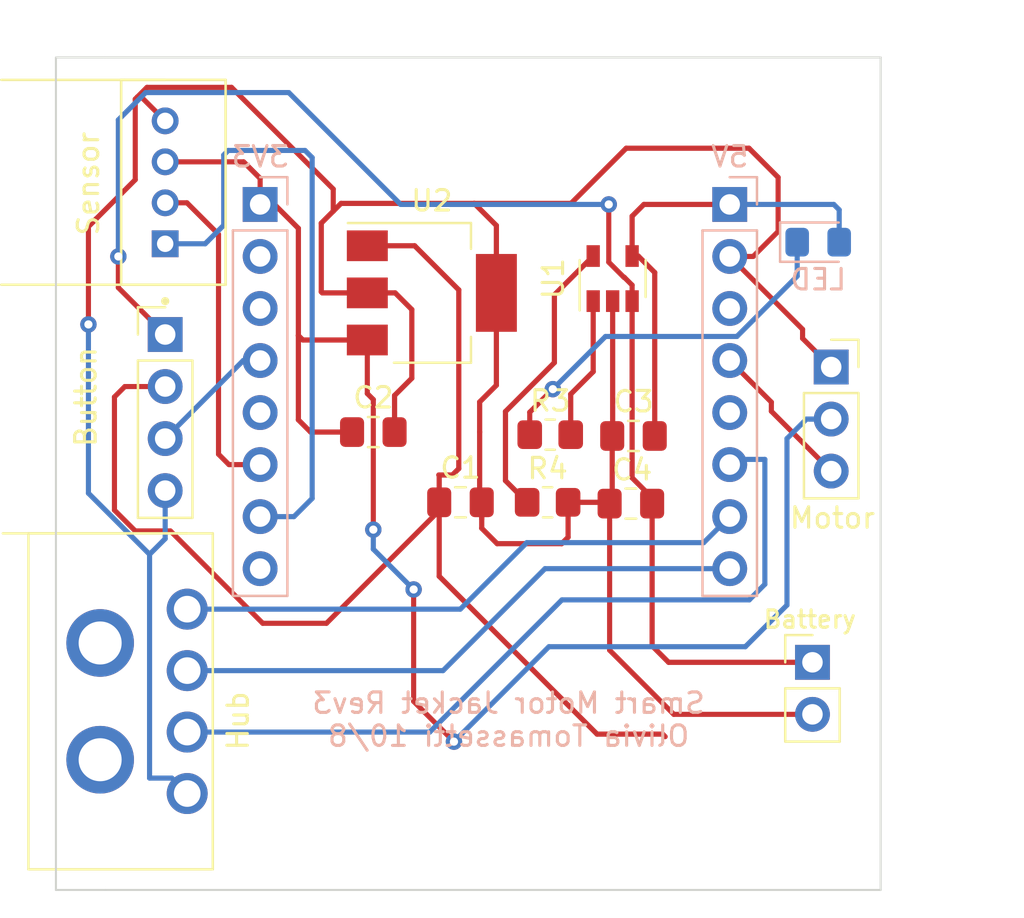
<source format=kicad_pcb>
(kicad_pcb (version 20171130) (host pcbnew "(5.1.10-1-10_14)")

  (general
    (thickness 1.6)
    (drawings 7)
    (tracks 199)
    (zones 0)
    (modules 19)
    (nets 22)
  )

  (page A4)
  (layers
    (0 F.Cu signal)
    (31 B.Cu signal)
    (32 B.Adhes user)
    (33 F.Adhes user)
    (34 B.Paste user)
    (35 F.Paste user)
    (36 B.SilkS user)
    (37 F.SilkS user)
    (38 B.Mask user)
    (39 F.Mask user)
    (40 Dwgs.User user)
    (41 Cmts.User user)
    (42 Eco1.User user)
    (43 Eco2.User user)
    (44 Edge.Cuts user)
    (45 Margin user)
    (46 B.CrtYd user)
    (47 F.CrtYd user)
    (48 B.Fab user)
    (49 F.Fab user)
  )

  (setup
    (last_trace_width 0.25)
    (trace_clearance 0.2)
    (zone_clearance 0.508)
    (zone_45_only no)
    (trace_min 0.2)
    (via_size 0.8)
    (via_drill 0.4)
    (via_min_size 0.4)
    (via_min_drill 0.3)
    (uvia_size 0.3)
    (uvia_drill 0.1)
    (uvias_allowed no)
    (uvia_min_size 0.2)
    (uvia_min_drill 0.1)
    (edge_width 0.1)
    (segment_width 0.2)
    (pcb_text_width 0.3)
    (pcb_text_size 1.5 1.5)
    (mod_edge_width 0.15)
    (mod_text_size 1 1)
    (mod_text_width 0.15)
    (pad_size 1.524 1.524)
    (pad_drill 0.762)
    (pad_to_mask_clearance 0)
    (aux_axis_origin 0 0)
    (visible_elements FFFFFF7F)
    (pcbplotparams
      (layerselection 0x010fc_ffffffff)
      (usegerberextensions false)
      (usegerberattributes true)
      (usegerberadvancedattributes true)
      (creategerberjobfile true)
      (excludeedgelayer true)
      (linewidth 0.100000)
      (plotframeref false)
      (viasonmask false)
      (mode 1)
      (useauxorigin false)
      (hpglpennumber 1)
      (hpglpenspeed 20)
      (hpglpendiameter 15.000000)
      (psnegative false)
      (psa4output false)
      (plotreference true)
      (plotvalue true)
      (plotinvisibletext false)
      (padsonsilk false)
      (subtractmaskfromsilk false)
      (outputformat 1)
      (mirror false)
      (drillshape 1)
      (scaleselection 1)
      (outputdirectory ""))
  )

  (net 0 "")
  (net 1 GND)
  (net 2 "Net-(C1-Pad1)")
  (net 3 "Net-(C2-Pad1)")
  (net 4 "Net-(C3-Pad2)")
  (net 5 +BATT)
  (net 6 "Net-(D4-Pad1)")
  (net 7 "Net-(J1-Pad2)")
  (net 8 "Net-(J1-Pad3)")
  (net 9 /GPIO14)
  (net 10 /ADC0)
  (net 11 "Net-(J1-Pad8)")
  (net 12 "Net-(J2-Pad8)")
  (net 13 /GPIO3)
  (net 14 /GPIO5)
  (net 15 /GPIO2-LED)
  (net 16 "Net-(J2-Pad3)")
  (net 17 "Net-(R3-Pad2)")
  (net 18 "Net-(R4-Pad1)")
  (net 19 /GPIO13)
  (net 20 "Net-(J1-Pad5)")
  (net 21 "Net-(J2-Pad5)")

  (net_class Default "This is the default net class."
    (clearance 0.2)
    (trace_width 0.25)
    (via_dia 0.8)
    (via_drill 0.4)
    (uvia_dia 0.3)
    (uvia_drill 0.1)
    (add_net +BATT)
    (add_net /ADC0)
    (add_net /GPIO13)
    (add_net /GPIO14)
    (add_net /GPIO2-LED)
    (add_net /GPIO3)
    (add_net /GPIO5)
    (add_net GND)
    (add_net "Net-(C1-Pad1)")
    (add_net "Net-(C2-Pad1)")
    (add_net "Net-(C3-Pad2)")
    (add_net "Net-(D4-Pad1)")
    (add_net "Net-(J1-Pad2)")
    (add_net "Net-(J1-Pad3)")
    (add_net "Net-(J1-Pad5)")
    (add_net "Net-(J1-Pad8)")
    (add_net "Net-(J2-Pad3)")
    (add_net "Net-(J2-Pad5)")
    (add_net "Net-(J2-Pad8)")
    (add_net "Net-(R3-Pad2)")
    (add_net "Net-(R4-Pad1)")
  )

  (module "110990030(2):SEEED_110990030" (layer F.Cu) (tedit 6160BAE5) (tstamp 61612D4C)
    (at 118.872 72.3265 90)
    (path /60F07F61)
    (fp_text reference Sensor (at -0.0635 -3.7465 90) (layer F.SilkS)
      (effects (font (size 1 1) (thickness 0.15)))
    )
    (fp_text value "Sensor Port" (at 4.525 4.385 90) (layer F.Fab)
      (effects (font (size 1 1) (thickness 0.015)))
    )
    (fp_line (start 5 0) (end 5 -8) (layer F.SilkS) (width 0.12))
    (fp_line (start -5 0) (end -5 -8) (layer F.SilkS) (width 0.12))
    (fp_line (start -5 -2.15) (end 5 -2.15) (layer F.Fab) (width 0.127))
    (fp_line (start 5 -2.15) (end 5 2.95) (layer F.Fab) (width 0.127))
    (fp_line (start 5 -8) (end -5 -8) (layer F.Fab) (width 0.127))
    (fp_line (start -5 2.95) (end -5 -2.15) (layer F.Fab) (width 0.127))
    (fp_line (start -5 -2.15) (end 5 -2.15) (layer F.SilkS) (width 0.127))
    (fp_line (start 5 -2.15) (end 5 2.95) (layer F.SilkS) (width 0.127))
    (fp_line (start 5 2.95) (end -5 2.95) (layer F.SilkS) (width 0.127))
    (fp_line (start -5 2.95) (end -5 -2.15) (layer F.SilkS) (width 0.127))
    (fp_line (start -5.25 -2.4) (end 5.25 -2.4) (layer F.CrtYd) (width 0.05))
    (fp_line (start 5.25 -2.4) (end 5.25 3.2) (layer F.CrtYd) (width 0.05))
    (fp_line (start 5.25 3.2) (end -5.25 3.2) (layer F.CrtYd) (width 0.05))
    (fp_line (start -5.25 3.2) (end -5.25 -2.4) (layer F.CrtYd) (width 0.05))
    (fp_circle (center -5.8 0) (end -5.7 0) (layer F.Fab) (width 0.2))
    (fp_circle (center -5.8 0) (end -5.7 0) (layer F.SilkS) (width 0.2))
    (pad 4 thru_hole circle (at 3 0 90) (size 1.308 1.308) (drill 0.8) (layers *.Cu *.Mask)
      (net 1 GND))
    (pad 3 thru_hole circle (at 1 0 90) (size 1.308 1.308) (drill 0.8) (layers *.Cu *.Mask)
      (net 3 "Net-(C2-Pad1)"))
    (pad 2 thru_hole circle (at -1 0 90) (size 1.308 1.308) (drill 0.8) (layers *.Cu *.Mask)
      (net 9 /GPIO14))
    (pad 1 thru_hole rect (at -3 0 90) (size 1.308 1.308) (drill 0.8) (layers *.Cu *.Mask)
      (net 10 /ADC0))
  )

  (module Connector:TE_Connectivity_AMP_Connectors (layer F.Cu) (tedit 6160B907) (tstamp 6161248A)
    (at 115.697 95.3135 270)
    (path /60F077D4)
    (fp_text reference Hub (at 3.302 -6.731 90) (layer F.SilkS)
      (effects (font (size 1 1) (thickness 0.15)))
    )
    (fp_text value "Hub Port" (at 0 -11.43 90) (layer F.Fab)
      (effects (font (size 1 1) (thickness 0.15)))
    )
    (fp_line (start -5.85 3.5) (end 10.55 3.5) (layer F.SilkS) (width 0.12))
    (fp_line (start 10.55 -5.5) (end 10.55 3.5) (layer F.SilkS) (width 0.12))
    (fp_line (start -5.85 -5.5) (end -5.85 3.5) (layer F.SilkS) (width 0.12))
    (fp_line (start -5.85 -5.5) (end 10.55 -5.5) (layer F.SilkS) (width 0.12))
    (fp_line (start -5.85 -4.25) (end -5.85 4.75) (layer F.SilkS) (width 0.12))
    (pad 4 thru_hole circle (at 6.85 -4.25 270) (size 2 2) (drill 1.3) (layers *.Cu *.Mask)
      (net 1 GND))
    (pad 3 thru_hole circle (at 3.85 -4.25 270) (size 2 2) (drill 1.3) (layers *.Cu *.Mask)
      (net 14 /GPIO5))
    (pad 2 thru_hole circle (at 0.85 -4.25 270) (size 2 2) (drill 1.3) (layers *.Cu *.Mask)
      (net 12 "Net-(J2-Pad8)"))
    (pad 1 thru_hole circle (at -2.15 -4.25 270) (size 2 2) (drill 1.3) (layers *.Cu *.Mask)
      (net 13 /GPIO3))
    (pad 6 thru_hole circle (at 5.2 0 270) (size 3.3 3.3) (drill 2.1) (layers *.Cu *.Mask))
    (pad 5 thru_hole circle (at -0.5 0 270) (size 3.3 3.3) (drill 2.1) (layers *.Cu *.Mask))
  )

  (module Connector_PinHeader_2.54mm:PinHeader_1x04_P2.54mm_Vertical (layer F.Cu) (tedit 59FED5CC) (tstamp 61611840)
    (at 118.872 79.756)
    (descr "Through hole straight pin header, 1x04, 2.54mm pitch, single row")
    (tags "Through hole pin header THT 1x04 2.54mm single row")
    (path /6166B17A)
    (fp_text reference Button (at -3.8735 3.048 90) (layer F.SilkS)
      (effects (font (size 1 1) (thickness 0.15)))
    )
    (fp_text value Conn_01x04_Male (at 0 9.95) (layer F.Fab)
      (effects (font (size 1 1) (thickness 0.15)))
    )
    (fp_text user %R (at 0 3.81 90) (layer F.Fab)
      (effects (font (size 1 1) (thickness 0.15)))
    )
    (fp_line (start -0.635 -1.27) (end 1.27 -1.27) (layer F.Fab) (width 0.1))
    (fp_line (start 1.27 -1.27) (end 1.27 8.89) (layer F.Fab) (width 0.1))
    (fp_line (start 1.27 8.89) (end -1.27 8.89) (layer F.Fab) (width 0.1))
    (fp_line (start -1.27 8.89) (end -1.27 -0.635) (layer F.Fab) (width 0.1))
    (fp_line (start -1.27 -0.635) (end -0.635 -1.27) (layer F.Fab) (width 0.1))
    (fp_line (start -1.33 8.95) (end 1.33 8.95) (layer F.SilkS) (width 0.12))
    (fp_line (start -1.33 1.27) (end -1.33 8.95) (layer F.SilkS) (width 0.12))
    (fp_line (start 1.33 1.27) (end 1.33 8.95) (layer F.SilkS) (width 0.12))
    (fp_line (start -1.33 1.27) (end 1.33 1.27) (layer F.SilkS) (width 0.12))
    (fp_line (start -1.33 0) (end -1.33 -1.33) (layer F.SilkS) (width 0.12))
    (fp_line (start -1.33 -1.33) (end 0 -1.33) (layer F.SilkS) (width 0.12))
    (fp_line (start -1.8 -1.8) (end -1.8 9.4) (layer F.CrtYd) (width 0.05))
    (fp_line (start -1.8 9.4) (end 1.8 9.4) (layer F.CrtYd) (width 0.05))
    (fp_line (start 1.8 9.4) (end 1.8 -1.8) (layer F.CrtYd) (width 0.05))
    (fp_line (start 1.8 -1.8) (end -1.8 -1.8) (layer F.CrtYd) (width 0.05))
    (pad 4 thru_hole oval (at 0 7.62) (size 1.7 1.7) (drill 1) (layers *.Cu *.Mask)
      (net 1 GND))
    (pad 3 thru_hole oval (at 0 5.08) (size 1.7 1.7) (drill 1) (layers *.Cu *.Mask)
      (net 19 /GPIO13))
    (pad 2 thru_hole oval (at 0 2.54) (size 1.7 1.7) (drill 1) (layers *.Cu *.Mask)
      (net 2 "Net-(C1-Pad1)"))
    (pad 1 thru_hole rect (at 0 0) (size 1.7 1.7) (drill 1) (layers *.Cu *.Mask)
      (net 5 +BATT))
    (model ${KISYS3DMOD}/Connector_PinHeader_2.54mm.3dshapes/PinHeader_1x04_P2.54mm_Vertical.wrl
      (at (xyz 0 0 0))
      (scale (xyz 1 1 1))
      (rotate (xyz 0 0 0))
    )
  )

  (module MountingHole:MountingHole_2.7mm_M2.5 (layer F.Cu) (tedit 56D1B4CB) (tstamp 616106B2)
    (at 126.6825 103.6955)
    (descr "Mounting Hole 2.7mm, no annular, M2.5")
    (tags "mounting hole 2.7mm no annular m2.5")
    (attr virtual)
    (fp_text reference REF** (at 0 -3.7) (layer Dwgs.User)
      (effects (font (size 1 1) (thickness 0.15)))
    )
    (fp_text value MountingHole_2.7mm_M2.5 (at 0 3.7) (layer F.Fab)
      (effects (font (size 1 1) (thickness 0.15)))
    )
    (fp_circle (center 0 0) (end 2.95 0) (layer F.CrtYd) (width 0.05))
    (fp_circle (center 0 0) (end 2.7 0) (layer Cmts.User) (width 0.15))
    (fp_text user %R (at 0.3 0) (layer F.Fab)
      (effects (font (size 1 1) (thickness 0.15)))
    )
    (pad 1 np_thru_hole circle (at 0 0) (size 2.7 2.7) (drill 2.7) (layers *.Cu *.Mask))
  )

  (module Capacitor_SMD:C_0805_2012Metric_Pad1.18x1.45mm_HandSolder (layer F.Cu) (tedit 5F68FEEF) (tstamp 61605EAC)
    (at 133.2865 87.9475)
    (descr "Capacitor SMD 0805 (2012 Metric), square (rectangular) end terminal, IPC_7351 nominal with elongated pad for handsoldering. (Body size source: IPC-SM-782 page 76, https://www.pcb-3d.com/wordpress/wp-content/uploads/ipc-sm-782a_amendment_1_and_2.pdf, https://docs.google.com/spreadsheets/d/1BsfQQcO9C6DZCsRaXUlFlo91Tg2WpOkGARC1WS5S8t0/edit?usp=sharing), generated with kicad-footprint-generator")
    (tags "capacitor handsolder")
    (path /60F5FC6E)
    (attr smd)
    (fp_text reference C1 (at 0 -1.68) (layer F.SilkS)
      (effects (font (size 1 1) (thickness 0.15)))
    )
    (fp_text value "4.7 uF C" (at 0 1.68) (layer F.Fab)
      (effects (font (size 1 1) (thickness 0.15)))
    )
    (fp_line (start 1.88 0.98) (end -1.88 0.98) (layer F.CrtYd) (width 0.05))
    (fp_line (start 1.88 -0.98) (end 1.88 0.98) (layer F.CrtYd) (width 0.05))
    (fp_line (start -1.88 -0.98) (end 1.88 -0.98) (layer F.CrtYd) (width 0.05))
    (fp_line (start -1.88 0.98) (end -1.88 -0.98) (layer F.CrtYd) (width 0.05))
    (fp_line (start -0.261252 0.735) (end 0.261252 0.735) (layer F.SilkS) (width 0.12))
    (fp_line (start -0.261252 -0.735) (end 0.261252 -0.735) (layer F.SilkS) (width 0.12))
    (fp_line (start 1 0.625) (end -1 0.625) (layer F.Fab) (width 0.1))
    (fp_line (start 1 -0.625) (end 1 0.625) (layer F.Fab) (width 0.1))
    (fp_line (start -1 -0.625) (end 1 -0.625) (layer F.Fab) (width 0.1))
    (fp_line (start -1 0.625) (end -1 -0.625) (layer F.Fab) (width 0.1))
    (fp_text user %R (at 0.0635 0) (layer F.Fab)
      (effects (font (size 0.5 0.5) (thickness 0.08)))
    )
    (pad 2 smd roundrect (at 1.0375 0) (size 1.175 1.45) (layers F.Cu F.Paste F.Mask) (roundrect_rratio 0.2127659574468085)
      (net 1 GND))
    (pad 1 smd roundrect (at -1.0375 0) (size 1.175 1.45) (layers F.Cu F.Paste F.Mask) (roundrect_rratio 0.2127659574468085)
      (net 2 "Net-(C1-Pad1)"))
    (model ${KISYS3DMOD}/Capacitor_SMD.3dshapes/C_0805_2012Metric.wrl
      (at (xyz 0 0 0))
      (scale (xyz 1 1 1))
      (rotate (xyz 0 0 0))
    )
  )

  (module Capacitor_SMD:C_0805_2012Metric_Pad1.18x1.45mm_HandSolder (layer F.Cu) (tedit 5F68FEEF) (tstamp 61605E9C)
    (at 129.032 84.5185)
    (descr "Capacitor SMD 0805 (2012 Metric), square (rectangular) end terminal, IPC_7351 nominal with elongated pad for handsoldering. (Body size source: IPC-SM-782 page 76, https://www.pcb-3d.com/wordpress/wp-content/uploads/ipc-sm-782a_amendment_1_and_2.pdf, https://docs.google.com/spreadsheets/d/1BsfQQcO9C6DZCsRaXUlFlo91Tg2WpOkGARC1WS5S8t0/edit?usp=sharing), generated with kicad-footprint-generator")
    (tags "capacitor handsolder")
    (path /60F61038)
    (attr smd)
    (fp_text reference C2 (at 0 -1.68) (layer F.SilkS)
      (effects (font (size 1 1) (thickness 0.15)))
    )
    (fp_text value "4.7 uF C" (at 0 1.68) (layer F.Fab)
      (effects (font (size 1 1) (thickness 0.15)))
    )
    (fp_line (start -1 0.625) (end -1 -0.625) (layer F.Fab) (width 0.1))
    (fp_line (start -1 -0.625) (end 1 -0.625) (layer F.Fab) (width 0.1))
    (fp_line (start 1 -0.625) (end 1 0.625) (layer F.Fab) (width 0.1))
    (fp_line (start 1 0.625) (end -1 0.625) (layer F.Fab) (width 0.1))
    (fp_line (start -0.261252 -0.735) (end 0.261252 -0.735) (layer F.SilkS) (width 0.12))
    (fp_line (start -0.261252 0.735) (end 0.261252 0.735) (layer F.SilkS) (width 0.12))
    (fp_line (start -1.88 0.98) (end -1.88 -0.98) (layer F.CrtYd) (width 0.05))
    (fp_line (start -1.88 -0.98) (end 1.88 -0.98) (layer F.CrtYd) (width 0.05))
    (fp_line (start 1.88 -0.98) (end 1.88 0.98) (layer F.CrtYd) (width 0.05))
    (fp_line (start 1.88 0.98) (end -1.88 0.98) (layer F.CrtYd) (width 0.05))
    (fp_text user %R (at 0 0) (layer F.Fab)
      (effects (font (size 0.5 0.5) (thickness 0.08)))
    )
    (pad 1 smd roundrect (at -1.0375 0) (size 1.175 1.45) (layers F.Cu F.Paste F.Mask) (roundrect_rratio 0.2127659574468085)
      (net 3 "Net-(C2-Pad1)"))
    (pad 2 smd roundrect (at 1.0375 0) (size 1.175 1.45) (layers F.Cu F.Paste F.Mask) (roundrect_rratio 0.2127659574468085)
      (net 1 GND))
    (model ${KISYS3DMOD}/Capacitor_SMD.3dshapes/C_0805_2012Metric.wrl
      (at (xyz 0 0 0))
      (scale (xyz 1 1 1))
      (rotate (xyz 0 0 0))
    )
  )

  (module MountingHole:MountingHole_2.7mm_M2.5 (layer F.Cu) (tedit 56D1B4CB) (tstamp 61605E87)
    (at 150.622 103.6955)
    (descr "Mounting Hole 2.7mm, no annular, M2.5")
    (tags "mounting hole 2.7mm no annular m2.5")
    (attr virtual)
    (fp_text reference REF** (at 0 -3.7) (layer Dwgs.User)
      (effects (font (size 1 1) (thickness 0.15)))
    )
    (fp_text value MountingHole_2.7mm_M2.5 (at 0 3.7) (layer F.Fab)
      (effects (font (size 1 1) (thickness 0.15)))
    )
    (fp_circle (center 0 0) (end 2.95 0) (layer F.CrtYd) (width 0.05))
    (fp_circle (center 0 0) (end 2.7 0) (layer Cmts.User) (width 0.15))
    (fp_text user %R (at 0.3 0) (layer F.Fab)
      (effects (font (size 1 1) (thickness 0.15)))
    )
    (pad 1 np_thru_hole circle (at 0 0) (size 2.7 2.7) (drill 2.7) (layers *.Cu *.Mask))
  )

  (module MountingHole:MountingHole_2.7mm_M2.5 (layer F.Cu) (tedit 56D1B4CB) (tstamp 61605E80)
    (at 150.622 69.4055)
    (descr "Mounting Hole 2.7mm, no annular, M2.5")
    (tags "mounting hole 2.7mm no annular m2.5")
    (attr virtual)
    (fp_text reference REF** (at 0 -3.7) (layer Dwgs.User)
      (effects (font (size 1 1) (thickness 0.15)))
    )
    (fp_text value MountingHole_2.7mm_M2.5 (at 0 3.7) (layer F.Fab)
      (effects (font (size 1 1) (thickness 0.15)))
    )
    (fp_circle (center 0 0) (end 2.95 0) (layer F.CrtYd) (width 0.05))
    (fp_circle (center 0 0) (end 2.7 0) (layer Cmts.User) (width 0.15))
    (fp_text user %R (at 0.3 0) (layer F.Fab)
      (effects (font (size 1 1) (thickness 0.15)))
    )
    (pad 1 np_thru_hole circle (at 0 0) (size 2.7 2.7) (drill 2.7) (layers *.Cu *.Mask))
  )

  (module Capacitor_SMD:C_0805_2012Metric_Pad1.18x1.45mm_HandSolder (layer F.Cu) (tedit 5F68FEEF) (tstamp 61605E5F)
    (at 141.732 84.709)
    (descr "Capacitor SMD 0805 (2012 Metric), square (rectangular) end terminal, IPC_7351 nominal with elongated pad for handsoldering. (Body size source: IPC-SM-782 page 76, https://www.pcb-3d.com/wordpress/wp-content/uploads/ipc-sm-782a_amendment_1_and_2.pdf, https://docs.google.com/spreadsheets/d/1BsfQQcO9C6DZCsRaXUlFlo91Tg2WpOkGARC1WS5S8t0/edit?usp=sharing), generated with kicad-footprint-generator")
    (tags "capacitor handsolder")
    (path /60F65302)
    (attr smd)
    (fp_text reference C3 (at 0 -1.68) (layer F.SilkS)
      (effects (font (size 1 1) (thickness 0.15)))
    )
    (fp_text value "4.7 uF C" (at 0 1.68) (layer F.Fab)
      (effects (font (size 1 1) (thickness 0.15)))
    )
    (fp_line (start 1.88 0.98) (end -1.88 0.98) (layer F.CrtYd) (width 0.05))
    (fp_line (start 1.88 -0.98) (end 1.88 0.98) (layer F.CrtYd) (width 0.05))
    (fp_line (start -1.88 -0.98) (end 1.88 -0.98) (layer F.CrtYd) (width 0.05))
    (fp_line (start -1.88 0.98) (end -1.88 -0.98) (layer F.CrtYd) (width 0.05))
    (fp_line (start -0.261252 0.735) (end 0.261252 0.735) (layer F.SilkS) (width 0.12))
    (fp_line (start -0.261252 -0.735) (end 0.261252 -0.735) (layer F.SilkS) (width 0.12))
    (fp_line (start 1 0.625) (end -1 0.625) (layer F.Fab) (width 0.1))
    (fp_line (start 1 -0.625) (end 1 0.625) (layer F.Fab) (width 0.1))
    (fp_line (start -1 -0.625) (end 1 -0.625) (layer F.Fab) (width 0.1))
    (fp_line (start -1 0.625) (end -1 -0.625) (layer F.Fab) (width 0.1))
    (fp_text user %R (at 0 -0.0635) (layer F.Fab)
      (effects (font (size 0.5 0.5) (thickness 0.08)))
    )
    (pad 2 smd roundrect (at 1.0375 0) (size 1.175 1.45) (layers F.Cu F.Paste F.Mask) (roundrect_rratio 0.2127659574468085)
      (net 4 "Net-(C3-Pad2)"))
    (pad 1 smd roundrect (at -1.0375 0) (size 1.175 1.45) (layers F.Cu F.Paste F.Mask) (roundrect_rratio 0.2127659574468085)
      (net 1 GND))
    (model ${KISYS3DMOD}/Capacitor_SMD.3dshapes/C_0805_2012Metric.wrl
      (at (xyz 0 0 0))
      (scale (xyz 1 1 1))
      (rotate (xyz 0 0 0))
    )
  )

  (module Capacitor_SMD:C_0805_2012Metric_Pad1.18x1.45mm_HandSolder (layer F.Cu) (tedit 5F68FEEF) (tstamp 61605E4F)
    (at 141.605 88.011 180)
    (descr "Capacitor SMD 0805 (2012 Metric), square (rectangular) end terminal, IPC_7351 nominal with elongated pad for handsoldering. (Body size source: IPC-SM-782 page 76, https://www.pcb-3d.com/wordpress/wp-content/uploads/ipc-sm-782a_amendment_1_and_2.pdf, https://docs.google.com/spreadsheets/d/1BsfQQcO9C6DZCsRaXUlFlo91Tg2WpOkGARC1WS5S8t0/edit?usp=sharing), generated with kicad-footprint-generator")
    (tags "capacitor handsolder")
    (path /60F73468)
    (attr smd)
    (fp_text reference C4 (at -0.0635 1.651) (layer F.SilkS)
      (effects (font (size 1 1) (thickness 0.15)))
    )
    (fp_text value "4.7 uF C" (at 0 1.68) (layer F.Fab)
      (effects (font (size 1 1) (thickness 0.15)))
    )
    (fp_line (start -1 0.625) (end -1 -0.625) (layer F.Fab) (width 0.1))
    (fp_line (start -1 -0.625) (end 1 -0.625) (layer F.Fab) (width 0.1))
    (fp_line (start 1 -0.625) (end 1 0.625) (layer F.Fab) (width 0.1))
    (fp_line (start 1 0.625) (end -1 0.625) (layer F.Fab) (width 0.1))
    (fp_line (start -0.261252 -0.735) (end 0.261252 -0.735) (layer F.SilkS) (width 0.12))
    (fp_line (start -0.261252 0.735) (end 0.261252 0.735) (layer F.SilkS) (width 0.12))
    (fp_line (start -1.88 0.98) (end -1.88 -0.98) (layer F.CrtYd) (width 0.05))
    (fp_line (start -1.88 -0.98) (end 1.88 -0.98) (layer F.CrtYd) (width 0.05))
    (fp_line (start 1.88 -0.98) (end 1.88 0.98) (layer F.CrtYd) (width 0.05))
    (fp_line (start 1.88 0.98) (end -1.88 0.98) (layer F.CrtYd) (width 0.05))
    (fp_text user %R (at 0 0) (layer F.Fab)
      (effects (font (size 0.5 0.5) (thickness 0.08)))
    )
    (pad 1 smd roundrect (at -1.0375 0 180) (size 1.175 1.45) (layers F.Cu F.Paste F.Mask) (roundrect_rratio 0.2127659574468085)
      (net 5 +BATT))
    (pad 2 smd roundrect (at 1.0375 0 180) (size 1.175 1.45) (layers F.Cu F.Paste F.Mask) (roundrect_rratio 0.2127659574468085)
      (net 1 GND))
    (model ${KISYS3DMOD}/Capacitor_SMD.3dshapes/C_0805_2012Metric.wrl
      (at (xyz 0 0 0))
      (scale (xyz 1 1 1))
      (rotate (xyz 0 0 0))
    )
  )

  (module LED_SMD:LED_0805_2012Metric_Pad1.15x1.40mm_HandSolder (layer B.Cu) (tedit 5F68FEF1) (tstamp 61605E3D)
    (at 150.749 75.2475)
    (descr "LED SMD 0805 (2012 Metric), square (rectangular) end terminal, IPC_7351 nominal, (Body size source: https://docs.google.com/spreadsheets/d/1BsfQQcO9C6DZCsRaXUlFlo91Tg2WpOkGARC1WS5S8t0/edit?usp=sharing), generated with kicad-footprint-generator")
    (tags "LED handsolder")
    (path /60F05CF1)
    (attr smd)
    (fp_text reference LED (at 0 1.8288 180) (layer B.SilkS)
      (effects (font (size 1 1) (thickness 0.15)) (justify mirror))
    )
    (fp_text value LED (at 0 -1.65 180) (layer B.Fab)
      (effects (font (size 1 1) (thickness 0.15)) (justify mirror))
    )
    (fp_line (start 1 0.6) (end -0.7 0.6) (layer B.Fab) (width 0.1))
    (fp_line (start -0.7 0.6) (end -1 0.3) (layer B.Fab) (width 0.1))
    (fp_line (start -1 0.3) (end -1 -0.6) (layer B.Fab) (width 0.1))
    (fp_line (start -1 -0.6) (end 1 -0.6) (layer B.Fab) (width 0.1))
    (fp_line (start 1 -0.6) (end 1 0.6) (layer B.Fab) (width 0.1))
    (fp_line (start 1 0.96) (end -1.86 0.96) (layer B.SilkS) (width 0.12))
    (fp_line (start -1.86 0.96) (end -1.86 -0.96) (layer B.SilkS) (width 0.12))
    (fp_line (start -1.86 -0.96) (end 1 -0.96) (layer B.SilkS) (width 0.12))
    (fp_line (start -1.85 -0.95) (end -1.85 0.95) (layer B.CrtYd) (width 0.05))
    (fp_line (start -1.85 0.95) (end 1.85 0.95) (layer B.CrtYd) (width 0.05))
    (fp_line (start 1.85 0.95) (end 1.85 -0.95) (layer B.CrtYd) (width 0.05))
    (fp_line (start 1.85 -0.95) (end -1.85 -0.95) (layer B.CrtYd) (width 0.05))
    (fp_text user %R (at -0.9525 -1.27 180) (layer B.Fab)
      (effects (font (size 0.5 0.5) (thickness 0.08)) (justify mirror))
    )
    (pad 1 smd roundrect (at -1.025 0) (size 1.15 1.4) (layers B.Cu B.Paste B.Mask) (roundrect_rratio 0.2173904347826087)
      (net 6 "Net-(D4-Pad1)"))
    (pad 2 smd roundrect (at 1.025 0) (size 1.15 1.4) (layers B.Cu B.Paste B.Mask) (roundrect_rratio 0.2173904347826087)
      (net 4 "Net-(C3-Pad2)"))
    (model ${KISYS3DMOD}/LED_SMD.3dshapes/LED_0805_2012Metric.wrl
      (at (xyz 0 0 0))
      (scale (xyz 1 1 1))
      (rotate (xyz 0 0 0))
    )
  )

  (module Connector_PinHeader_2.54mm:PinHeader_1x08_P2.54mm_Vertical (layer B.Cu) (tedit 59FED5CC) (tstamp 61605E22)
    (at 123.5075 73.406 180)
    (descr "Through hole straight pin header, 1x08, 2.54mm pitch, single row")
    (tags "Through hole pin header THT 1x08 2.54mm single row")
    (path /60F04B87)
    (fp_text reference 3V3 (at 0 2.33) (layer B.SilkS)
      (effects (font (size 1 1) (thickness 0.15)) (justify mirror))
    )
    (fp_text value "Right Pinout" (at 0 -20.11) (layer B.Fab)
      (effects (font (size 1 1) (thickness 0.15)) (justify mirror))
    )
    (fp_line (start -0.635 1.27) (end 1.27 1.27) (layer B.Fab) (width 0.1))
    (fp_line (start 1.27 1.27) (end 1.27 -19.05) (layer B.Fab) (width 0.1))
    (fp_line (start 1.27 -19.05) (end -1.27 -19.05) (layer B.Fab) (width 0.1))
    (fp_line (start -1.27 -19.05) (end -1.27 0.635) (layer B.Fab) (width 0.1))
    (fp_line (start -1.27 0.635) (end -0.635 1.27) (layer B.Fab) (width 0.1))
    (fp_line (start -1.33 -19.11) (end 1.33 -19.11) (layer B.SilkS) (width 0.12))
    (fp_line (start -1.33 -1.27) (end -1.33 -19.11) (layer B.SilkS) (width 0.12))
    (fp_line (start 1.33 -1.27) (end 1.33 -19.11) (layer B.SilkS) (width 0.12))
    (fp_line (start -1.33 -1.27) (end 1.33 -1.27) (layer B.SilkS) (width 0.12))
    (fp_line (start -1.33 0) (end -1.33 1.33) (layer B.SilkS) (width 0.12))
    (fp_line (start -1.33 1.33) (end 0 1.33) (layer B.SilkS) (width 0.12))
    (fp_line (start -1.8 1.8) (end -1.8 -19.55) (layer B.CrtYd) (width 0.05))
    (fp_line (start -1.8 -19.55) (end 1.8 -19.55) (layer B.CrtYd) (width 0.05))
    (fp_line (start 1.8 -19.55) (end 1.8 1.8) (layer B.CrtYd) (width 0.05))
    (fp_line (start 1.8 1.8) (end -1.8 1.8) (layer B.CrtYd) (width 0.05))
    (fp_text user %R (at 0 -8.89 270) (layer B.Fab)
      (effects (font (size 1 1) (thickness 0.15)) (justify mirror))
    )
    (pad 1 thru_hole rect (at 0 0 180) (size 1.7 1.7) (drill 1) (layers *.Cu *.Mask)
      (net 3 "Net-(C2-Pad1)"))
    (pad 2 thru_hole oval (at 0 -2.54 180) (size 1.7 1.7) (drill 1) (layers *.Cu *.Mask)
      (net 7 "Net-(J1-Pad2)"))
    (pad 3 thru_hole oval (at 0 -5.08 180) (size 1.7 1.7) (drill 1) (layers *.Cu *.Mask)
      (net 8 "Net-(J1-Pad3)"))
    (pad 4 thru_hole oval (at 0 -7.62 180) (size 1.7 1.7) (drill 1) (layers *.Cu *.Mask)
      (net 19 /GPIO13))
    (pad 5 thru_hole oval (at 0 -10.16 180) (size 1.7 1.7) (drill 1) (layers *.Cu *.Mask)
      (net 20 "Net-(J1-Pad5)"))
    (pad 6 thru_hole oval (at 0 -12.7 180) (size 1.7 1.7) (drill 1) (layers *.Cu *.Mask)
      (net 9 /GPIO14))
    (pad 7 thru_hole oval (at 0 -15.24 180) (size 1.7 1.7) (drill 1) (layers *.Cu *.Mask)
      (net 10 /ADC0))
    (pad 8 thru_hole oval (at 0 -17.78 180) (size 1.7 1.7) (drill 1) (layers *.Cu *.Mask)
      (net 11 "Net-(J1-Pad8)"))
    (model ${KISYS3DMOD}/Connector_PinHeader_2.54mm.3dshapes/PinHeader_1x08_P2.54mm_Vertical.wrl
      (at (xyz 0 0 0))
      (scale (xyz 1 1 1))
      (rotate (xyz 0 0 0))
    )
  )

  (module Connector_PinHeader_2.54mm:PinHeader_1x08_P2.54mm_Vertical (layer B.Cu) (tedit 59FED5CC) (tstamp 61605E07)
    (at 146.431 73.406 180)
    (descr "Through hole straight pin header, 1x08, 2.54mm pitch, single row")
    (tags "Through hole pin header THT 1x08 2.54mm single row")
    (path /60F05553)
    (fp_text reference 5V (at 0 2.33) (layer B.SilkS)
      (effects (font (size 1 1) (thickness 0.15)) (justify mirror))
    )
    (fp_text value "Left Pinout" (at 0 -20.11) (layer B.Fab)
      (effects (font (size 1 1) (thickness 0.15)) (justify mirror))
    )
    (fp_line (start 1.8 1.8) (end -1.8 1.8) (layer B.CrtYd) (width 0.05))
    (fp_line (start 1.8 -19.55) (end 1.8 1.8) (layer B.CrtYd) (width 0.05))
    (fp_line (start -1.8 -19.55) (end 1.8 -19.55) (layer B.CrtYd) (width 0.05))
    (fp_line (start -1.8 1.8) (end -1.8 -19.55) (layer B.CrtYd) (width 0.05))
    (fp_line (start -1.33 1.33) (end 0 1.33) (layer B.SilkS) (width 0.12))
    (fp_line (start -1.33 0) (end -1.33 1.33) (layer B.SilkS) (width 0.12))
    (fp_line (start -1.33 -1.27) (end 1.33 -1.27) (layer B.SilkS) (width 0.12))
    (fp_line (start 1.33 -1.27) (end 1.33 -19.11) (layer B.SilkS) (width 0.12))
    (fp_line (start -1.33 -1.27) (end -1.33 -19.11) (layer B.SilkS) (width 0.12))
    (fp_line (start -1.33 -19.11) (end 1.33 -19.11) (layer B.SilkS) (width 0.12))
    (fp_line (start -1.27 0.635) (end -0.635 1.27) (layer B.Fab) (width 0.1))
    (fp_line (start -1.27 -19.05) (end -1.27 0.635) (layer B.Fab) (width 0.1))
    (fp_line (start 1.27 -19.05) (end -1.27 -19.05) (layer B.Fab) (width 0.1))
    (fp_line (start 1.27 1.27) (end 1.27 -19.05) (layer B.Fab) (width 0.1))
    (fp_line (start -0.635 1.27) (end 1.27 1.27) (layer B.Fab) (width 0.1))
    (fp_text user %R (at 0 -8.89 270) (layer B.Fab)
      (effects (font (size 1 1) (thickness 0.15)) (justify mirror))
    )
    (pad 8 thru_hole oval (at 0 -17.78 180) (size 1.7 1.7) (drill 1) (layers *.Cu *.Mask)
      (net 12 "Net-(J2-Pad8)"))
    (pad 7 thru_hole oval (at 0 -15.24 180) (size 1.7 1.7) (drill 1) (layers *.Cu *.Mask)
      (net 13 /GPIO3))
    (pad 6 thru_hole oval (at 0 -12.7 180) (size 1.7 1.7) (drill 1) (layers *.Cu *.Mask)
      (net 14 /GPIO5))
    (pad 5 thru_hole oval (at 0 -10.16 180) (size 1.7 1.7) (drill 1) (layers *.Cu *.Mask)
      (net 21 "Net-(J2-Pad5)"))
    (pad 4 thru_hole oval (at 0 -7.62 180) (size 1.7 1.7) (drill 1) (layers *.Cu *.Mask)
      (net 15 /GPIO2-LED))
    (pad 3 thru_hole oval (at 0 -5.08 180) (size 1.7 1.7) (drill 1) (layers *.Cu *.Mask)
      (net 16 "Net-(J2-Pad3)"))
    (pad 2 thru_hole oval (at 0 -2.54 180) (size 1.7 1.7) (drill 1) (layers *.Cu *.Mask)
      (net 1 GND))
    (pad 1 thru_hole rect (at 0 0 180) (size 1.7 1.7) (drill 1) (layers *.Cu *.Mask)
      (net 4 "Net-(C3-Pad2)"))
    (model ${KISYS3DMOD}/Connector_PinHeader_2.54mm.3dshapes/PinHeader_1x08_P2.54mm_Vertical.wrl
      (at (xyz 0 0 0))
      (scale (xyz 1 1 1))
      (rotate (xyz 0 0 0))
    )
  )

  (module Connector_PinHeader_2.54mm:PinHeader_1x02_P2.54mm_Vertical (layer F.Cu) (tedit 59FED5CC) (tstamp 61605DF2)
    (at 150.4696 95.758)
    (descr "Through hole straight pin header, 1x02, 2.54mm pitch, single row")
    (tags "Through hole pin header THT 1x02 2.54mm single row")
    (path /60ECC36C)
    (fp_text reference Battery (at -0.127 -2.0955) (layer F.SilkS)
      (effects (font (size 0.8476 0.8476) (thickness 0.15)))
    )
    (fp_text value "Battery Port" (at 0 4.87) (layer F.Fab)
      (effects (font (size 1 1) (thickness 0.15)))
    )
    (fp_line (start -0.635 -1.27) (end 1.27 -1.27) (layer F.Fab) (width 0.1))
    (fp_line (start 1.27 -1.27) (end 1.27 3.81) (layer F.Fab) (width 0.1))
    (fp_line (start 1.27 3.81) (end -1.27 3.81) (layer F.Fab) (width 0.1))
    (fp_line (start -1.27 3.81) (end -1.27 -0.635) (layer F.Fab) (width 0.1))
    (fp_line (start -1.27 -0.635) (end -0.635 -1.27) (layer F.Fab) (width 0.1))
    (fp_line (start -1.33 3.87) (end 1.33 3.87) (layer F.SilkS) (width 0.12))
    (fp_line (start -1.33 1.27) (end -1.33 3.87) (layer F.SilkS) (width 0.12))
    (fp_line (start 1.33 1.27) (end 1.33 3.87) (layer F.SilkS) (width 0.12))
    (fp_line (start -1.33 1.27) (end 1.33 1.27) (layer F.SilkS) (width 0.12))
    (fp_line (start -1.33 0) (end -1.33 -1.33) (layer F.SilkS) (width 0.12))
    (fp_line (start -1.33 -1.33) (end 0 -1.33) (layer F.SilkS) (width 0.12))
    (fp_line (start -1.8 -1.8) (end -1.8 4.35) (layer F.CrtYd) (width 0.05))
    (fp_line (start -1.8 4.35) (end 1.8 4.35) (layer F.CrtYd) (width 0.05))
    (fp_line (start 1.8 4.35) (end 1.8 -1.8) (layer F.CrtYd) (width 0.05))
    (fp_line (start 1.8 -1.8) (end -1.8 -1.8) (layer F.CrtYd) (width 0.05))
    (fp_text user %R (at 0.1905 1.8415) (layer F.Fab)
      (effects (font (size 1 1) (thickness 0.15)))
    )
    (pad 1 thru_hole rect (at 0 0) (size 1.7 1.7) (drill 1) (layers *.Cu *.Mask)
      (net 5 +BATT))
    (pad 2 thru_hole oval (at 0 2.54) (size 1.7 1.7) (drill 1) (layers *.Cu *.Mask)
      (net 1 GND))
    (model ${KISYS3DMOD}/Connector_PinHeader_2.54mm.3dshapes/PinHeader_1x02_P2.54mm_Vertical.wrl
      (at (xyz 0 0 0))
      (scale (xyz 1 1 1))
      (rotate (xyz 0 0 0))
    )
  )

  (module Resistor_SMD:R_0805_2012Metric_Pad1.20x1.40mm_HandSolder (layer F.Cu) (tedit 5F68FEEE) (tstamp 61605DA8)
    (at 137.668 84.6455)
    (descr "Resistor SMD 0805 (2012 Metric), square (rectangular) end terminal, IPC_7351 nominal with elongated pad for handsoldering. (Body size source: IPC-SM-782 page 72, https://www.pcb-3d.com/wordpress/wp-content/uploads/ipc-sm-782a_amendment_1_and_2.pdf), generated with kicad-footprint-generator")
    (tags "resistor handsolder")
    (path /60F0650C)
    (attr smd)
    (fp_text reference R3 (at 0 -1.65) (layer F.SilkS)
      (effects (font (size 1 1) (thickness 0.15)))
    )
    (fp_text value "470 R" (at 0 1.65) (layer F.Fab)
      (effects (font (size 1 1) (thickness 0.15)))
    )
    (fp_line (start 1.85 0.95) (end -1.85 0.95) (layer F.CrtYd) (width 0.05))
    (fp_line (start 1.85 -0.95) (end 1.85 0.95) (layer F.CrtYd) (width 0.05))
    (fp_line (start -1.85 -0.95) (end 1.85 -0.95) (layer F.CrtYd) (width 0.05))
    (fp_line (start -1.85 0.95) (end -1.85 -0.95) (layer F.CrtYd) (width 0.05))
    (fp_line (start -0.227064 0.735) (end 0.227064 0.735) (layer F.SilkS) (width 0.12))
    (fp_line (start -0.227064 -0.735) (end 0.227064 -0.735) (layer F.SilkS) (width 0.12))
    (fp_line (start 1 0.625) (end -1 0.625) (layer F.Fab) (width 0.1))
    (fp_line (start 1 -0.625) (end 1 0.625) (layer F.Fab) (width 0.1))
    (fp_line (start -1 -0.625) (end 1 -0.625) (layer F.Fab) (width 0.1))
    (fp_line (start -1 0.625) (end -1 -0.625) (layer F.Fab) (width 0.1))
    (fp_text user %R (at 0 0) (layer F.Fab)
      (effects (font (size 0.5 0.5) (thickness 0.08)))
    )
    (pad 2 smd roundrect (at 1 0) (size 1.2 1.4) (layers F.Cu F.Paste F.Mask) (roundrect_rratio 0.2083325)
      (net 17 "Net-(R3-Pad2)"))
    (pad 1 smd roundrect (at -1 0) (size 1.2 1.4) (layers F.Cu F.Paste F.Mask) (roundrect_rratio 0.2083325)
      (net 6 "Net-(D4-Pad1)"))
    (model ${KISYS3DMOD}/Resistor_SMD.3dshapes/R_0805_2012Metric.wrl
      (at (xyz 0 0 0))
      (scale (xyz 1 1 1))
      (rotate (xyz 0 0 0))
    )
  )

  (module Connector_PinSocket_2.54mm:PinSocket_1x03_P2.54mm_Vertical (layer F.Cu) (tedit 5A19A429) (tstamp 61605D92)
    (at 151.384 81.3435)
    (descr "Through hole straight socket strip, 1x03, 2.54mm pitch, single row (from Kicad 4.0.7), script generated")
    (tags "Through hole socket strip THT 1x03 2.54mm single row")
    (path /611451FD)
    (fp_text reference Motor (at 0.0635 7.366) (layer F.SilkS)
      (effects (font (size 1 1) (thickness 0.15)))
    )
    (fp_text value "Motor Connector" (at 0 7.85) (layer F.Fab)
      (effects (font (size 1 1) (thickness 0.15)))
    )
    (fp_line (start -1.27 -1.27) (end 0.635 -1.27) (layer F.Fab) (width 0.1))
    (fp_line (start 0.635 -1.27) (end 1.27 -0.635) (layer F.Fab) (width 0.1))
    (fp_line (start 1.27 -0.635) (end 1.27 6.35) (layer F.Fab) (width 0.1))
    (fp_line (start 1.27 6.35) (end -1.27 6.35) (layer F.Fab) (width 0.1))
    (fp_line (start -1.27 6.35) (end -1.27 -1.27) (layer F.Fab) (width 0.1))
    (fp_line (start -1.33 1.27) (end 1.33 1.27) (layer F.SilkS) (width 0.12))
    (fp_line (start -1.33 1.27) (end -1.33 6.41) (layer F.SilkS) (width 0.12))
    (fp_line (start -1.33 6.41) (end 1.33 6.41) (layer F.SilkS) (width 0.12))
    (fp_line (start 1.33 1.27) (end 1.33 6.41) (layer F.SilkS) (width 0.12))
    (fp_line (start 1.33 -1.33) (end 1.33 0) (layer F.SilkS) (width 0.12))
    (fp_line (start 0 -1.33) (end 1.33 -1.33) (layer F.SilkS) (width 0.12))
    (fp_line (start -1.8 -1.8) (end 1.75 -1.8) (layer F.CrtYd) (width 0.05))
    (fp_line (start 1.75 -1.8) (end 1.75 6.85) (layer F.CrtYd) (width 0.05))
    (fp_line (start 1.75 6.85) (end -1.8 6.85) (layer F.CrtYd) (width 0.05))
    (fp_line (start -1.8 6.85) (end -1.8 -1.8) (layer F.CrtYd) (width 0.05))
    (fp_text user %R (at 0 2.54 90) (layer F.Fab)
      (effects (font (size 1 1) (thickness 0.15)))
    )
    (pad 1 thru_hole rect (at 0 0) (size 1.7 1.7) (drill 1) (layers *.Cu *.Mask)
      (net 1 GND))
    (pad 2 thru_hole oval (at 0 2.54) (size 1.7 1.7) (drill 1) (layers *.Cu *.Mask)
      (net 3 "Net-(C2-Pad1)"))
    (pad 3 thru_hole oval (at 0 5.08) (size 1.7 1.7) (drill 1) (layers *.Cu *.Mask)
      (net 15 /GPIO2-LED))
    (model ${KISYS3DMOD}/Connector_PinSocket_2.54mm.3dshapes/PinSocket_1x03_P2.54mm_Vertical.wrl
      (at (xyz 0 0 0))
      (scale (xyz 1 1 1))
      (rotate (xyz 0 0 0))
    )
  )

  (module Resistor_SMD:R_0805_2012Metric_Pad1.20x1.40mm_HandSolder (layer F.Cu) (tedit 5F68FEEE) (tstamp 61605D82)
    (at 137.541 87.9475)
    (descr "Resistor SMD 0805 (2012 Metric), square (rectangular) end terminal, IPC_7351 nominal with elongated pad for handsoldering. (Body size source: IPC-SM-782 page 72, https://www.pcb-3d.com/wordpress/wp-content/uploads/ipc-sm-782a_amendment_1_and_2.pdf), generated with kicad-footprint-generator")
    (tags "resistor handsolder")
    (path /60EFF998)
    (attr smd)
    (fp_text reference R4 (at 0 -1.65) (layer F.SilkS)
      (effects (font (size 1 1) (thickness 0.15)))
    )
    (fp_text value "2k R" (at 0 1.65) (layer F.Fab)
      (effects (font (size 1 1) (thickness 0.15)))
    )
    (fp_line (start -1 0.625) (end -1 -0.625) (layer F.Fab) (width 0.1))
    (fp_line (start -1 -0.625) (end 1 -0.625) (layer F.Fab) (width 0.1))
    (fp_line (start 1 -0.625) (end 1 0.625) (layer F.Fab) (width 0.1))
    (fp_line (start 1 0.625) (end -1 0.625) (layer F.Fab) (width 0.1))
    (fp_line (start -0.227064 -0.735) (end 0.227064 -0.735) (layer F.SilkS) (width 0.12))
    (fp_line (start -0.227064 0.735) (end 0.227064 0.735) (layer F.SilkS) (width 0.12))
    (fp_line (start -1.85 0.95) (end -1.85 -0.95) (layer F.CrtYd) (width 0.05))
    (fp_line (start -1.85 -0.95) (end 1.85 -0.95) (layer F.CrtYd) (width 0.05))
    (fp_line (start 1.85 -0.95) (end 1.85 0.95) (layer F.CrtYd) (width 0.05))
    (fp_line (start 1.85 0.95) (end -1.85 0.95) (layer F.CrtYd) (width 0.05))
    (fp_text user %R (at 0 0) (layer F.Fab)
      (effects (font (size 0.5 0.5) (thickness 0.08)))
    )
    (pad 1 smd roundrect (at -1 0) (size 1.2 1.4) (layers F.Cu F.Paste F.Mask) (roundrect_rratio 0.2083325)
      (net 18 "Net-(R4-Pad1)"))
    (pad 2 smd roundrect (at 1 0) (size 1.2 1.4) (layers F.Cu F.Paste F.Mask) (roundrect_rratio 0.2083325)
      (net 1 GND))
    (model ${KISYS3DMOD}/Resistor_SMD.3dshapes/R_0805_2012Metric.wrl
      (at (xyz 0 0 0))
      (scale (xyz 1 1 1))
      (rotate (xyz 0 0 0))
    )
  )

  (module Package_TO_SOT_SMD:SOT-23-5 (layer F.Cu) (tedit 5A02FF57) (tstamp 61605D6E)
    (at 140.716 77.0255 90)
    (descr "5-pin SOT23 package")
    (tags SOT-23-5)
    (path /60EFA385)
    (attr smd)
    (fp_text reference U1 (at 0 -2.9 90) (layer F.SilkS)
      (effects (font (size 1 1) (thickness 0.15)))
    )
    (fp_text value MCP73831-2-OT (at 0 2.9 90) (layer F.Fab)
      (effects (font (size 1 1) (thickness 0.15)))
    )
    (fp_line (start -0.9 1.61) (end 0.9 1.61) (layer F.SilkS) (width 0.12))
    (fp_line (start 0.9 -1.61) (end -1.55 -1.61) (layer F.SilkS) (width 0.12))
    (fp_line (start -1.9 -1.8) (end 1.9 -1.8) (layer F.CrtYd) (width 0.05))
    (fp_line (start 1.9 -1.8) (end 1.9 1.8) (layer F.CrtYd) (width 0.05))
    (fp_line (start 1.9 1.8) (end -1.9 1.8) (layer F.CrtYd) (width 0.05))
    (fp_line (start -1.9 1.8) (end -1.9 -1.8) (layer F.CrtYd) (width 0.05))
    (fp_line (start -0.9 -0.9) (end -0.25 -1.55) (layer F.Fab) (width 0.1))
    (fp_line (start 0.9 -1.55) (end -0.25 -1.55) (layer F.Fab) (width 0.1))
    (fp_line (start -0.9 -0.9) (end -0.9 1.55) (layer F.Fab) (width 0.1))
    (fp_line (start 0.9 1.55) (end -0.9 1.55) (layer F.Fab) (width 0.1))
    (fp_line (start 0.9 -1.55) (end 0.9 1.55) (layer F.Fab) (width 0.1))
    (fp_text user %R (at 0 0) (layer F.Fab)
      (effects (font (size 0.5 0.5) (thickness 0.075)))
    )
    (pad 1 smd rect (at -1.1 -0.95 90) (size 1.06 0.65) (layers F.Cu F.Paste F.Mask)
      (net 17 "Net-(R3-Pad2)"))
    (pad 2 smd rect (at -1.1 0 90) (size 1.06 0.65) (layers F.Cu F.Paste F.Mask)
      (net 1 GND))
    (pad 3 smd rect (at -1.1 0.95 90) (size 1.06 0.65) (layers F.Cu F.Paste F.Mask)
      (net 5 +BATT))
    (pad 4 smd rect (at 1.1 0.95 90) (size 1.06 0.65) (layers F.Cu F.Paste F.Mask)
      (net 4 "Net-(C3-Pad2)"))
    (pad 5 smd rect (at 1.1 -0.95 90) (size 1.06 0.65) (layers F.Cu F.Paste F.Mask)
      (net 18 "Net-(R4-Pad1)"))
    (model ${KISYS3DMOD}/Package_TO_SOT_SMD.3dshapes/SOT-23-5.wrl
      (at (xyz 0 0 0))
      (scale (xyz 1 1 1))
      (rotate (xyz 0 0 0))
    )
  )

  (module Package_TO_SOT_SMD:SOT-223-3_TabPin2 (layer F.Cu) (tedit 5A02FF57) (tstamp 61605D59)
    (at 131.8895 77.724)
    (descr "module CMS SOT223 4 pins")
    (tags "CMS SOT")
    (path /60F95C51)
    (attr smd)
    (fp_text reference U2 (at 0 -4.5) (layer F.SilkS)
      (effects (font (size 1 1) (thickness 0.15)))
    )
    (fp_text value AP7361C-33E (at 0 4.5) (layer F.Fab)
      (effects (font (size 1 1) (thickness 0.15)))
    )
    (fp_line (start 1.91 3.41) (end 1.91 2.15) (layer F.SilkS) (width 0.12))
    (fp_line (start 1.91 -3.41) (end 1.91 -2.15) (layer F.SilkS) (width 0.12))
    (fp_line (start 4.4 -3.6) (end -4.4 -3.6) (layer F.CrtYd) (width 0.05))
    (fp_line (start 4.4 3.6) (end 4.4 -3.6) (layer F.CrtYd) (width 0.05))
    (fp_line (start -4.4 3.6) (end 4.4 3.6) (layer F.CrtYd) (width 0.05))
    (fp_line (start -4.4 -3.6) (end -4.4 3.6) (layer F.CrtYd) (width 0.05))
    (fp_line (start -1.85 -2.35) (end -0.85 -3.35) (layer F.Fab) (width 0.1))
    (fp_line (start -1.85 -2.35) (end -1.85 3.35) (layer F.Fab) (width 0.1))
    (fp_line (start -1.85 3.41) (end 1.91 3.41) (layer F.SilkS) (width 0.12))
    (fp_line (start -0.85 -3.35) (end 1.85 -3.35) (layer F.Fab) (width 0.1))
    (fp_line (start -4.1 -3.41) (end 1.91 -3.41) (layer F.SilkS) (width 0.12))
    (fp_line (start -1.85 3.35) (end 1.85 3.35) (layer F.Fab) (width 0.1))
    (fp_line (start 1.85 -3.35) (end 1.85 3.35) (layer F.Fab) (width 0.1))
    (fp_text user %R (at 0 0 90) (layer F.Fab)
      (effects (font (size 0.8 0.8) (thickness 0.12)))
    )
    (pad 2 smd rect (at 3.15 0) (size 2 3.8) (layers F.Cu F.Paste F.Mask)
      (net 1 GND))
    (pad 2 smd rect (at -3.15 0) (size 2 1.5) (layers F.Cu F.Paste F.Mask)
      (net 1 GND))
    (pad 3 smd rect (at -3.15 2.3) (size 2 1.5) (layers F.Cu F.Paste F.Mask)
      (net 3 "Net-(C2-Pad1)"))
    (pad 1 smd rect (at -3.15 -2.3) (size 2 1.5) (layers F.Cu F.Paste F.Mask)
      (net 2 "Net-(C1-Pad1)"))
    (model ${KISYS3DMOD}/Package_TO_SOT_SMD.3dshapes/SOT-223.wrl
      (at (xyz 0 0 0))
      (scale (xyz 1 1 1))
      (rotate (xyz 0 0 0))
    )
  )

  (gr_line (start 115.951 106.8705) (end 113.538 106.8705) (layer Edge.Cuts) (width 0.1) (tstamp 61611B84))
  (gr_line (start 115.951 66.2305) (end 113.6015 66.2305) (layer Edge.Cuts) (width 0.1))
  (gr_line (start 153.797 66.2305) (end 153.797 106.8705) (layer Edge.Cuts) (width 0.1) (tstamp 61611B80))
  (gr_line (start 153.797 66.2305) (end 115.951 66.2305) (layer Edge.Cuts) (width 0.1) (tstamp 61605EF2))
  (gr_line (start 113.538 66.2305) (end 113.538 106.8705) (layer Edge.Cuts) (width 0.1) (tstamp 61605EF1))
  (gr_line (start 115.951 106.8705) (end 153.797 106.8705) (layer Edge.Cuts) (width 0.1) (tstamp 61605EF0))
  (gr_text "Smart Motor Jacket Rev3\nOlivia Tomassetti 10/8" (at 135.636 98.552) (layer B.SilkS) (tstamp 61605C6D)
    (effects (font (size 1 1) (thickness 0.15)) (justify mirror))
  )

  (segment (start 135.0395 77.724) (end 135.0395 82.2321) (width 0.254) (layer F.Cu) (net 1) (tstamp 61605C8B))
  (segment (start 134.223 83.0486) (end 134.223 84.5185) (width 0.254) (layer F.Cu) (net 1) (tstamp 61605C8C))
  (segment (start 135.0395 82.2321) (end 134.223 83.0486) (width 0.254) (layer F.Cu) (net 1) (tstamp 61605C8D))
  (segment (start 134.223 87.8465) (end 134.324 87.9475) (width 0.254) (layer F.Cu) (net 1) (tstamp 61605C8E))
  (segment (start 134.223 84.5185) (end 134.223 87.8465) (width 0.254) (layer F.Cu) (net 1) (tstamp 61605C8F))
  (segment (start 140.6945 87.884) (end 140.5675 88.011) (width 0.254) (layer F.Cu) (net 1) (tstamp 61605C92))
  (segment (start 140.6945 84.709) (end 140.6945 87.884) (width 0.254) (layer F.Cu) (net 1) (tstamp 61605C93))
  (segment (start 140.504 87.9475) (end 140.5675 88.011) (width 0.254) (layer F.Cu) (net 1) (tstamp 61605C94))
  (segment (start 138.541 87.9475) (end 140.504 87.9475) (width 0.254) (layer F.Cu) (net 1) (tstamp 61605C95))
  (segment (start 140.716 84.6875) (end 140.6945 84.709) (width 0.254) (layer F.Cu) (net 1) (tstamp 61605C96))
  (segment (start 140.716 78.1255) (end 140.716 84.6875) (width 0.254) (layer F.Cu) (net 1) (tstamp 61605C97))
  (segment (start 134.324 87.9475) (end 134.324 88.7564) (width 0.254) (layer F.Cu) (net 1) (tstamp 61605C98))
  (segment (start 134.324 87.9475) (end 134.324 89.2136) (width 0.254) (layer F.Cu) (net 1) (tstamp 61605C99))
  (segment (start 134.324 89.2136) (end 135.0772 89.9668) (width 0.254) (layer F.Cu) (net 1) (tstamp 61605C9A))
  (segment (start 135.0772 89.9668) (end 138.2268 89.9668) (width 0.254) (layer F.Cu) (net 1) (tstamp 61605C9B))
  (segment (start 138.541 89.6526) (end 138.541 87.9475) (width 0.254) (layer F.Cu) (net 1) (tstamp 61605C9C))
  (segment (start 138.2268 89.9668) (end 138.541 89.6526) (width 0.254) (layer F.Cu) (net 1) (tstamp 61605C9D))
  (segment (start 128.7395 77.724) (end 126.5428 77.724) (width 0.254) (layer F.Cu) (net 1) (tstamp 61605CA3))
  (segment (start 126.5428 77.724) (end 126.492 77.6732) (width 0.254) (layer F.Cu) (net 1) (tstamp 61605CA4))
  (segment (start 126.492 77.6732) (end 126.492 74.3204) (width 0.254) (layer F.Cu) (net 1) (tstamp 61605CA5))
  (segment (start 127.4572 73.3552) (end 133.9596 73.3552) (width 0.254) (layer F.Cu) (net 1) (tstamp 61605CA7))
  (segment (start 135.0395 74.4351) (end 135.0395 77.724) (width 0.254) (layer F.Cu) (net 1) (tstamp 61605CA8))
  (segment (start 133.9596 73.3552) (end 135.0395 74.4351) (width 0.254) (layer F.Cu) (net 1) (tstamp 61605CA9))
  (segment (start 133.9596 73.3552) (end 138.684 73.3552) (width 0.254) (layer F.Cu) (net 1) (tstamp 61605CAA))
  (segment (start 138.684 73.3552) (end 141.3764 70.6628) (width 0.254) (layer F.Cu) (net 1) (tstamp 61605CAB))
  (segment (start 141.3764 70.6628) (end 147.3708 70.6628) (width 0.254) (layer F.Cu) (net 1) (tstamp 61605CAC))
  (segment (start 147.3708 70.6628) (end 148.7932 72.0852) (width 0.254) (layer F.Cu) (net 1) (tstamp 61605CAD))
  (segment (start 128.7395 77.724) (end 130.0988 77.724) (width 0.254) (layer F.Cu) (net 1) (tstamp 61605CB0))
  (segment (start 130.0988 77.724) (end 130.9116 78.5368) (width 0.254) (layer F.Cu) (net 1) (tstamp 61605CB1))
  (segment (start 130.9116 78.5368) (end 130.9116 81.8896) (width 0.254) (layer F.Cu) (net 1) (tstamp 61605CB2))
  (segment (start 130.0695 82.7317) (end 130.0695 84.5185) (width 0.254) (layer F.Cu) (net 1) (tstamp 61605CB3))
  (segment (start 130.9116 81.8896) (end 130.0695 82.7317) (width 0.254) (layer F.Cu) (net 1) (tstamp 61605CB4))
  (segment (start 150.4696 98.298) (end 143.7005 98.298) (width 0.25) (layer F.Cu) (net 1))
  (segment (start 140.5675 95.165) (end 140.5675 88.011) (width 0.25) (layer F.Cu) (net 1))
  (segment (start 143.7005 98.298) (end 140.5675 95.165) (width 0.25) (layer F.Cu) (net 1))
  (segment (start 118.11 101.4095) (end 118.11 90.4875) (width 0.25) (layer B.Cu) (net 1))
  (segment (start 118.872 89.7255) (end 118.11 90.4875) (width 0.25) (layer B.Cu) (net 1))
  (segment (start 118.872 87.376) (end 118.872 89.7255) (width 0.25) (layer B.Cu) (net 1))
  (segment (start 146.431 75.946) (end 147.574 75.946) (width 0.25) (layer F.Cu) (net 1))
  (segment (start 148.7932 74.7268) (end 148.7932 72.0852) (width 0.25) (layer F.Cu) (net 1))
  (segment (start 147.574 75.946) (end 148.7932 74.7268) (width 0.25) (layer F.Cu) (net 1))
  (segment (start 146.431 75.946) (end 149.987 79.502) (width 0.25) (layer F.Cu) (net 1))
  (segment (start 149.987 79.9465) (end 151.384 81.3435) (width 0.25) (layer F.Cu) (net 1))
  (segment (start 149.987 79.502) (end 149.987 79.9465) (width 0.25) (layer F.Cu) (net 1))
  (segment (start 115.1255 87.503) (end 118.11 90.4875) (width 0.25) (layer B.Cu) (net 1))
  (segment (start 115.1255 79.2635) (end 115.1255 79.2635) (width 0.25) (layer B.Cu) (net 1))
  (segment (start 117.983 67.691) (end 122.1105 67.691) (width 0.25) (layer F.Cu) (net 1))
  (segment (start 127.0762 72.6567) (end 127.0762 73.7362) (width 0.25) (layer F.Cu) (net 1))
  (segment (start 127.0762 73.7362) (end 127.4572 73.3552) (width 0.254) (layer F.Cu) (net 1))
  (segment (start 122.1105 67.691) (end 127.0762 72.6567) (width 0.25) (layer F.Cu) (net 1))
  (segment (start 126.492 74.3204) (end 127.0762 73.7362) (width 0.254) (layer F.Cu) (net 1))
  (segment (start 119.193 101.4095) (end 119.947 102.1635) (width 0.25) (layer B.Cu) (net 1))
  (segment (start 118.11 101.4095) (end 119.193 101.4095) (width 0.25) (layer B.Cu) (net 1))
  (segment (start 117.4115 68.2625) (end 117.4115 72.1995) (width 0.25) (layer F.Cu) (net 1))
  (segment (start 115.1255 79.2635) (end 115.1255 87.503) (width 0.25) (layer B.Cu) (net 1) (tstamp 616128B2))
  (via (at 115.1255 79.2635) (size 0.8) (drill 0.4) (layers F.Cu B.Cu) (net 1))
  (segment (start 115.1255 74.4855) (end 115.5065 74.1045) (width 0.25) (layer F.Cu) (net 1))
  (segment (start 115.1255 79.2635) (end 115.1255 74.4855) (width 0.25) (layer F.Cu) (net 1))
  (segment (start 115.5065 74.1045) (end 115.189 74.422) (width 0.25) (layer F.Cu) (net 1))
  (segment (start 117.4115 72.1995) (end 115.5065 74.1045) (width 0.25) (layer F.Cu) (net 1))
  (segment (start 117.71275 68.16725) (end 117.50675 68.16725) (width 0.25) (layer F.Cu) (net 1))
  (segment (start 117.50675 68.16725) (end 117.983 67.691) (width 0.25) (layer F.Cu) (net 1))
  (segment (start 118.872 69.3265) (end 117.71275 68.16725) (width 0.25) (layer F.Cu) (net 1))
  (segment (start 117.4115 68.2625) (end 117.50675 68.16725) (width 0.25) (layer F.Cu) (net 1))
  (segment (start 132.2324 86.614) (end 132.249 86.6306) (width 0.254) (layer F.Cu) (net 2) (tstamp 61605C7E))
  (segment (start 128.7395 75.424) (end 131.05 75.424) (width 0.254) (layer F.Cu) (net 2) (tstamp 61605C7F))
  (segment (start 133.20401 77.57801) (end 133.20401 86.30279) (width 0.254) (layer F.Cu) (net 2) (tstamp 61605C80))
  (segment (start 132.249 86.6306) (end 132.249 87.9475) (width 0.254) (layer F.Cu) (net 2) (tstamp 61605C81))
  (segment (start 133.20401 86.30279) (end 132.8928 86.614) (width 0.254) (layer F.Cu) (net 2) (tstamp 61605C82))
  (segment (start 131.05 75.424) (end 133.20401 77.57801) (width 0.254) (layer F.Cu) (net 2) (tstamp 61605C83))
  (segment (start 132.8928 86.614) (end 132.2324 86.614) (width 0.254) (layer F.Cu) (net 2) (tstamp 61605C84))
  (segment (start 132.249 87.9475) (end 132.249 91.5582) (width 0.254) (layer F.Cu) (net 2) (tstamp 61605C85))
  (segment (start 132.249 91.5582) (end 139.954 99.2632) (width 0.254) (layer F.Cu) (net 2) (tstamp 61605C86))
  (segment (start 139.954 99.2632) (end 143.1544 99.2632) (width 0.254) (layer F.Cu) (net 2) (tstamp 61605C87))
  (segment (start 143.1544 99.2632) (end 143.2776 99.3864) (width 0.254) (layer F.Cu) (net 2) (tstamp 61605C89))
  (segment (start 132.249 87.9475) (end 132.249 88.35) (width 0.25) (layer F.Cu) (net 2))
  (segment (start 132.249 88.35) (end 126.746 93.853) (width 0.25) (layer F.Cu) (net 2))
  (segment (start 126.746 93.853) (end 123.6345 93.853) (width 0.25) (layer F.Cu) (net 2))
  (segment (start 123.6345 93.853) (end 119.126 89.3445) (width 0.25) (layer F.Cu) (net 2))
  (segment (start 119.126 89.3445) (end 117.4115 89.3445) (width 0.25) (layer F.Cu) (net 2))
  (segment (start 117.4115 89.3445) (end 116.3955 88.3285) (width 0.25) (layer F.Cu) (net 2))
  (segment (start 116.3955 88.3285) (end 116.3955 82.804) (width 0.25) (layer F.Cu) (net 2))
  (segment (start 116.9035 82.296) (end 118.872 82.296) (width 0.25) (layer F.Cu) (net 2))
  (segment (start 116.3955 82.804) (end 116.9035 82.296) (width 0.25) (layer F.Cu) (net 2))
  (segment (start 123.5075 73.406) (end 124.206 73.406) (width 0.254) (layer F.Cu) (net 3) (tstamp 61605CC4))
  (segment (start 124.206 73.406) (end 125.3744 74.5744) (width 0.254) (layer F.Cu) (net 3) (tstamp 61605CC5))
  (segment (start 125.9713 84.5185) (end 127.9945 84.5185) (width 0.254) (layer F.Cu) (net 3) (tstamp 61605CC6))
  (segment (start 125.3744 83.9216) (end 125.9713 84.5185) (width 0.254) (layer F.Cu) (net 3) (tstamp 61605CC7))
  (segment (start 125.5916 80.024) (end 125.3744 79.8068) (width 0.254) (layer F.Cu) (net 3) (tstamp 61605CC8))
  (segment (start 128.7395 80.024) (end 125.5916 80.024) (width 0.254) (layer F.Cu) (net 3) (tstamp 61605CC9))
  (segment (start 125.3744 79.8068) (end 125.3744 83.9216) (width 0.254) (layer F.Cu) (net 3) (tstamp 61605CCA))
  (segment (start 125.3744 74.5744) (end 125.3744 79.8068) (width 0.254) (layer F.Cu) (net 3) (tstamp 61605CCB))
  (segment (start 123.4915 73.39) (end 123.5075 73.406) (width 0.25) (layer F.Cu) (net 3))
  (segment (start 123.4915 73.39) (end 123.5075 73.406) (width 0.25) (layer B.Cu) (net 3))
  (segment (start 128.7395 80.024) (end 128.7395 82.6385) (width 0.25) (layer F.Cu) (net 3))
  (segment (start 128.7395 82.6385) (end 129.032 82.931) (width 0.25) (layer F.Cu) (net 3))
  (segment (start 129.032 82.931) (end 129.032 89.281) (width 0.25) (layer F.Cu) (net 3))
  (segment (start 129.032 89.281) (end 129.032 89.281) (width 0.25) (layer F.Cu) (net 3) (tstamp 61611ACE))
  (via (at 129.032 89.281) (size 0.8) (drill 0.4) (layers F.Cu B.Cu) (net 3))
  (segment (start 129.032 89.281) (end 129.032 90.2335) (width 0.25) (layer B.Cu) (net 3))
  (segment (start 129.032 90.2335) (end 131.0005 92.202) (width 0.25) (layer B.Cu) (net 3))
  (segment (start 151.384 83.8835) (end 150.3045 83.8835) (width 0.25) (layer B.Cu) (net 3))
  (segment (start 132.969 99.6315) (end 132.969 99.6315) (width 0.25) (layer B.Cu) (net 3) (tstamp 61611B53))
  (via (at 132.969 99.6315) (size 0.8) (drill 0.4) (layers F.Cu B.Cu) (net 3))
  (segment (start 131.0005 92.202) (end 131.0005 92.202) (width 0.25) (layer B.Cu) (net 3) (tstamp 61611B63))
  (via (at 131.0005 92.202) (size 0.8) (drill 0.4) (layers F.Cu B.Cu) (net 3))
  (segment (start 131.0005 97.663) (end 132.969 99.6315) (width 0.25) (layer F.Cu) (net 3))
  (segment (start 131.0005 92.202) (end 131.0005 97.663) (width 0.25) (layer F.Cu) (net 3))
  (segment (start 123.5075 72.136) (end 123.5075 73.406) (width 0.25) (layer F.Cu) (net 3))
  (segment (start 122.7615 71.39) (end 123.5075 72.136) (width 0.25) (layer F.Cu) (net 3))
  (segment (start 122.698 71.3265) (end 123.5075 72.136) (width 0.25) (layer F.Cu) (net 3))
  (segment (start 118.872 71.3265) (end 122.698 71.3265) (width 0.25) (layer F.Cu) (net 3))
  (segment (start 149.225 92.964) (end 149.225 84.836) (width 0.25) (layer B.Cu) (net 3))
  (segment (start 147.193 94.996) (end 149.225 92.964) (width 0.25) (layer B.Cu) (net 3))
  (segment (start 149.225 84.836) (end 150.1775 83.8835) (width 0.25) (layer B.Cu) (net 3))
  (segment (start 150.1775 83.8835) (end 151.384 83.8835) (width 0.25) (layer B.Cu) (net 3))
  (segment (start 137.6045 94.996) (end 147.193 94.996) (width 0.25) (layer B.Cu) (net 3))
  (segment (start 132.969 99.6315) (end 137.6045 94.996) (width 0.25) (layer B.Cu) (net 3))
  (segment (start 141.666 75.9255) (end 141.9655 75.9255) (width 0.254) (layer F.Cu) (net 4) (tstamp 61605CD7))
  (segment (start 142.7695 76.7295) (end 142.7695 84.709) (width 0.254) (layer F.Cu) (net 4) (tstamp 61605CD8))
  (segment (start 141.9655 75.9255) (end 142.7695 76.7295) (width 0.254) (layer F.Cu) (net 4) (tstamp 61605CD9))
  (segment (start 141.666 75.9255) (end 141.666 73.98) (width 0.254) (layer F.Cu) (net 4) (tstamp 61605CDA))
  (segment (start 142.24 73.406) (end 146.431 73.406) (width 0.254) (layer F.Cu) (net 4) (tstamp 61605CDB))
  (segment (start 141.666 73.98) (end 142.24 73.406) (width 0.254) (layer F.Cu) (net 4) (tstamp 61605CDC))
  (segment (start 151.774 73.669) (end 151.774 75.2475) (width 0.25) (layer B.Cu) (net 4))
  (segment (start 151.511 73.406) (end 151.774 73.669) (width 0.25) (layer B.Cu) (net 4))
  (segment (start 146.431 73.406) (end 151.511 73.406) (width 0.25) (layer B.Cu) (net 4))
  (segment (start 142.6425 88.011) (end 142.6425 94.954) (width 0.254) (layer F.Cu) (net 5) (tstamp 61605C78))
  (segment (start 143.4465 95.758) (end 150.4696 95.758) (width 0.254) (layer F.Cu) (net 5) (tstamp 61605C79))
  (segment (start 142.6425 94.954) (end 143.4465 95.758) (width 0.254) (layer F.Cu) (net 5) (tstamp 61605C7A))
  (segment (start 142.6425 87.7277) (end 142.6425 88.011) (width 0.254) (layer F.Cu) (net 5) (tstamp 61605CE3))
  (segment (start 141.666 78.1255) (end 141.666 86.7512) (width 0.254) (layer F.Cu) (net 5) (tstamp 61605CE4))
  (segment (start 141.666 86.7512) (end 142.6425 87.7277) (width 0.254) (layer F.Cu) (net 5) (tstamp 61605CE5))
  (segment (start 141.666 77.3455) (end 141.2825 76.962) (width 0.25) (layer F.Cu) (net 5))
  (segment (start 141.666 78.1255) (end 141.666 77.3455) (width 0.25) (layer F.Cu) (net 5))
  (segment (start 141.262498 76.962) (end 140.5255 76.225002) (width 0.25) (layer F.Cu) (net 5))
  (segment (start 141.2825 76.962) (end 141.262498 76.962) (width 0.25) (layer F.Cu) (net 5))
  (segment (start 140.5255 76.225002) (end 140.5255 73.406) (width 0.25) (layer F.Cu) (net 5))
  (segment (start 140.5255 73.406) (end 140.5255 73.406) (width 0.25) (layer F.Cu) (net 5) (tstamp 61611AA0))
  (via (at 140.5255 73.406) (size 0.8) (drill 0.4) (layers F.Cu B.Cu) (net 5))
  (segment (start 116.586 75.946) (end 116.586 75.946) (width 0.25) (layer B.Cu) (net 5) (tstamp 61611AB0))
  (via (at 116.586 75.946) (size 0.8) (drill 0.4) (layers F.Cu B.Cu) (net 5))
  (segment (start 116.586 77.47) (end 118.872 79.756) (width 0.25) (layer F.Cu) (net 5))
  (segment (start 116.586 75.946) (end 116.586 77.47) (width 0.25) (layer F.Cu) (net 5))
  (segment (start 116.586 69.2785) (end 116.586 75.946) (width 0.25) (layer B.Cu) (net 5))
  (segment (start 117.9195 67.945) (end 116.586 69.2785) (width 0.25) (layer B.Cu) (net 5))
  (segment (start 124.9045 67.945) (end 117.9195 67.945) (width 0.25) (layer B.Cu) (net 5))
  (segment (start 130.3655 73.406) (end 124.9045 67.945) (width 0.25) (layer B.Cu) (net 5))
  (segment (start 140.5255 73.406) (end 130.3655 73.406) (width 0.25) (layer B.Cu) (net 5))
  (segment (start 146.780501 79.850999) (end 140.367001 79.850999) (width 0.25) (layer B.Cu) (net 6))
  (segment (start 149.724 76.9075) (end 146.780501 79.850999) (width 0.25) (layer B.Cu) (net 6))
  (segment (start 149.724 75.2475) (end 149.724 76.9075) (width 0.25) (layer B.Cu) (net 6))
  (segment (start 140.367001 79.850999) (end 137.795 82.423) (width 0.25) (layer B.Cu) (net 6))
  (segment (start 137.795 82.423) (end 137.795 82.423) (width 0.25) (layer B.Cu) (net 6) (tstamp 616119D6))
  (via (at 137.795 82.423) (size 0.8) (drill 0.4) (layers F.Cu B.Cu) (net 6))
  (segment (start 136.668 83.55) (end 137.795 82.423) (width 0.25) (layer F.Cu) (net 6))
  (segment (start 136.668 84.6455) (end 136.668 83.55) (width 0.25) (layer F.Cu) (net 6))
  (segment (start 121.9835 86.106) (end 123.5075 86.106) (width 0.25) (layer F.Cu) (net 9))
  (segment (start 121.4755 85.598) (end 121.9835 86.106) (width 0.25) (layer F.Cu) (net 9))
  (segment (start 118.872 73.3265) (end 119.9355 73.3265) (width 0.25) (layer F.Cu) (net 9))
  (segment (start 121.4755 74.8665) (end 121.4755 85.598) (width 0.25) (layer F.Cu) (net 9))
  (segment (start 119.9355 73.3265) (end 121.4755 74.8665) (width 0.25) (layer F.Cu) (net 9))
  (segment (start 125.1585 88.646) (end 123.5075 88.646) (width 0.25) (layer B.Cu) (net 10))
  (segment (start 126.0475 87.757) (end 125.1585 88.646) (width 0.25) (layer B.Cu) (net 10))
  (segment (start 126.0475 71.12) (end 126.0475 87.757) (width 0.25) (layer B.Cu) (net 10))
  (segment (start 121.7295 74.422) (end 121.7295 70.993) (width 0.25) (layer B.Cu) (net 10))
  (segment (start 121.7295 70.993) (end 121.95175 70.77075) (width 0.25) (layer B.Cu) (net 10))
  (segment (start 121.95175 70.77075) (end 125.69825 70.77075) (width 0.25) (layer B.Cu) (net 10))
  (segment (start 125.69825 70.77075) (end 126.0475 71.12) (width 0.25) (layer B.Cu) (net 10))
  (segment (start 120.825 75.3265) (end 120.93575 75.21575) (width 0.25) (layer B.Cu) (net 10))
  (segment (start 118.872 75.3265) (end 120.825 75.3265) (width 0.25) (layer B.Cu) (net 10))
  (segment (start 120.93575 75.21575) (end 121.7295 74.422) (width 0.25) (layer B.Cu) (net 10))
  (segment (start 137.414 91.186) (end 146.431 91.186) (width 0.25) (layer B.Cu) (net 12))
  (segment (start 132.4365 96.1635) (end 137.414 91.186) (width 0.25) (layer B.Cu) (net 12))
  (segment (start 132.4365 96.1635) (end 119.947 96.1635) (width 0.25) (layer B.Cu) (net 12))
  (segment (start 133.2775 93.1635) (end 136.525 89.916) (width 0.25) (layer B.Cu) (net 13))
  (segment (start 145.161 89.916) (end 146.431 88.646) (width 0.25) (layer B.Cu) (net 13))
  (segment (start 136.525 89.916) (end 145.161 89.916) (width 0.25) (layer B.Cu) (net 13))
  (segment (start 133.2775 93.1635) (end 119.947 93.1635) (width 0.25) (layer B.Cu) (net 13))
  (segment (start 131.786 99.1635) (end 138.2395 92.71) (width 0.25) (layer B.Cu) (net 14))
  (segment (start 138.2395 92.71) (end 147.3835 92.71) (width 0.25) (layer B.Cu) (net 14))
  (segment (start 147.3835 92.71) (end 148.1455 91.948) (width 0.25) (layer B.Cu) (net 14))
  (segment (start 148.1455 91.948) (end 148.1455 85.852) (width 0.25) (layer B.Cu) (net 14))
  (segment (start 146.685 85.852) (end 146.431 86.106) (width 0.25) (layer B.Cu) (net 14))
  (segment (start 148.1455 85.852) (end 146.685 85.852) (width 0.25) (layer B.Cu) (net 14))
  (segment (start 131.786 99.1635) (end 119.947 99.1635) (width 0.25) (layer B.Cu) (net 14))
  (segment (start 146.431 81.026) (end 148.463 83.058) (width 0.25) (layer F.Cu) (net 15))
  (segment (start 148.463 83.5025) (end 151.384 86.4235) (width 0.25) (layer F.Cu) (net 15))
  (segment (start 148.463 83.058) (end 148.463 83.5025) (width 0.25) (layer F.Cu) (net 15))
  (segment (start 139.766 78.1255) (end 139.766 81.5696) (width 0.254) (layer F.Cu) (net 17) (tstamp 61605D35))
  (segment (start 138.668 82.6676) (end 138.668 84.6455) (width 0.254) (layer F.Cu) (net 17) (tstamp 61605D36))
  (segment (start 139.766 81.5696) (end 138.668 82.6676) (width 0.254) (layer F.Cu) (net 17) (tstamp 61605D37))
  (segment (start 139.766 75.9255) (end 137.8712 77.8203) (width 0.254) (layer F.Cu) (net 18) (tstamp 61605D38))
  (segment (start 137.8712 77.8203) (end 137.8712 81.1276) (width 0.254) (layer F.Cu) (net 18) (tstamp 61605D39))
  (segment (start 137.8712 81.1276) (end 135.4836 83.5152) (width 0.254) (layer F.Cu) (net 18) (tstamp 61605D3A))
  (segment (start 135.4836 86.8901) (end 136.541 87.9475) (width 0.254) (layer F.Cu) (net 18) (tstamp 61605D3B))
  (segment (start 135.4836 83.5152) (end 135.4836 86.8901) (width 0.254) (layer F.Cu) (net 18) (tstamp 61605D3C))
  (segment (start 122.682 81.026) (end 123.5075 81.026) (width 0.25) (layer B.Cu) (net 19))
  (segment (start 118.872 84.836) (end 122.682 81.026) (width 0.25) (layer B.Cu) (net 19))

)

</source>
